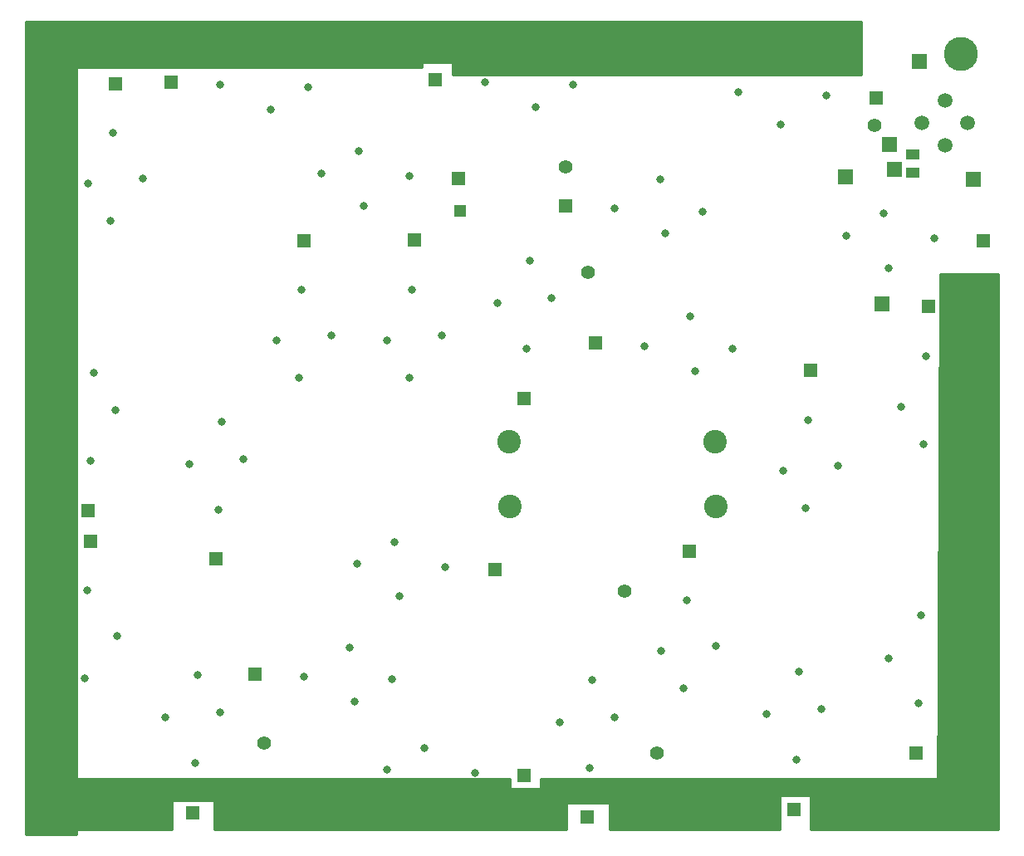
<source format=gbs>
G75*
%MOIN*%
%OFA0B0*%
%FSLAX25Y25*%
%IPPOS*%
%LPD*%
%AMOC8*
5,1,8,0,0,1.08239X$1,22.5*
%
%ADD10C,0.13635*%
%ADD11C,0.01600*%
%ADD12R,0.05792X0.05792*%
%ADD13C,0.03162*%
%ADD14R,0.05524X0.03950*%
%ADD15C,0.09461*%
%ADD16C,0.05950*%
%ADD17R,0.06115X0.06115*%
%ADD18C,0.05550*%
%ADD19R,0.04762X0.04762*%
D10*
X0079740Y0059071D03*
X0439976Y0059071D03*
X0439976Y0358283D03*
X0079740Y0358283D03*
D11*
X0064976Y0370094D02*
X0064976Y0045291D01*
X0084661Y0045291D01*
X0084661Y0371079D01*
X0064976Y0370094D01*
X0064976Y0370773D02*
X0399622Y0370773D01*
X0399622Y0371079D02*
X0399622Y0350409D01*
X0236236Y0350409D01*
X0236236Y0355331D01*
X0223441Y0355331D01*
X0223441Y0353362D01*
X0064976Y0353362D01*
X0064976Y0371079D01*
X0399622Y0371079D01*
X0399622Y0369175D02*
X0064976Y0369175D01*
X0084661Y0369175D01*
X0084661Y0370773D02*
X0078554Y0370773D01*
X0084661Y0367576D02*
X0064976Y0367576D01*
X0399622Y0367576D01*
X0399622Y0365978D02*
X0064976Y0365978D01*
X0084661Y0365978D01*
X0084661Y0364379D02*
X0064976Y0364379D01*
X0399622Y0364379D01*
X0399622Y0362781D02*
X0064976Y0362781D01*
X0084661Y0362781D01*
X0084661Y0361182D02*
X0064976Y0361182D01*
X0399622Y0361182D01*
X0399622Y0359584D02*
X0064976Y0359584D01*
X0084661Y0359584D01*
X0084661Y0357985D02*
X0064976Y0357985D01*
X0399622Y0357985D01*
X0399622Y0356387D02*
X0064976Y0356387D01*
X0084661Y0356387D01*
X0084661Y0354788D02*
X0064976Y0354788D01*
X0223441Y0354788D01*
X0236236Y0354788D02*
X0399622Y0354788D01*
X0399622Y0353190D02*
X0236236Y0353190D01*
X0236236Y0351591D02*
X0399622Y0351591D01*
X0432102Y0269701D02*
X0454740Y0269701D01*
X0454740Y0047260D01*
X0454740Y0066945D01*
X0271669Y0066945D01*
X0271669Y0063008D01*
X0258874Y0063008D01*
X0258874Y0066945D01*
X0064976Y0066945D01*
X0064976Y0047260D01*
X0123047Y0047260D01*
X0123047Y0059071D01*
X0140764Y0059071D01*
X0140764Y0047260D01*
X0281512Y0047260D01*
X0281512Y0058087D01*
X0299228Y0058087D01*
X0299228Y0047260D01*
X0367142Y0047260D01*
X0367142Y0061039D01*
X0379937Y0061039D01*
X0379937Y0047260D01*
X0454740Y0047260D01*
X0431118Y0047260D01*
X0432102Y0269701D01*
X0432097Y0268469D02*
X0454740Y0268469D01*
X0454740Y0266870D02*
X0432090Y0266870D01*
X0432083Y0265272D02*
X0454740Y0265272D01*
X0454740Y0263673D02*
X0432076Y0263673D01*
X0432069Y0262075D02*
X0454740Y0262075D01*
X0454740Y0260476D02*
X0432062Y0260476D01*
X0432054Y0258878D02*
X0454740Y0258878D01*
X0454740Y0257279D02*
X0432047Y0257279D01*
X0432040Y0255681D02*
X0454740Y0255681D01*
X0454740Y0254082D02*
X0432033Y0254082D01*
X0432026Y0252484D02*
X0454740Y0252484D01*
X0454740Y0250885D02*
X0432019Y0250885D01*
X0432012Y0249287D02*
X0454740Y0249287D01*
X0454740Y0247688D02*
X0432005Y0247688D01*
X0431998Y0246090D02*
X0454740Y0246090D01*
X0454740Y0244491D02*
X0431991Y0244491D01*
X0431984Y0242892D02*
X0454740Y0242892D01*
X0454740Y0241294D02*
X0431977Y0241294D01*
X0431970Y0239695D02*
X0454740Y0239695D01*
X0454740Y0238097D02*
X0431963Y0238097D01*
X0431955Y0236498D02*
X0454740Y0236498D01*
X0454740Y0234900D02*
X0431948Y0234900D01*
X0431941Y0233301D02*
X0454740Y0233301D01*
X0454740Y0231703D02*
X0431934Y0231703D01*
X0431927Y0230104D02*
X0454740Y0230104D01*
X0454740Y0228506D02*
X0431920Y0228506D01*
X0431913Y0226907D02*
X0454740Y0226907D01*
X0454740Y0225309D02*
X0431906Y0225309D01*
X0431899Y0223710D02*
X0454740Y0223710D01*
X0454740Y0222112D02*
X0431892Y0222112D01*
X0431885Y0220513D02*
X0454740Y0220513D01*
X0454740Y0218915D02*
X0431878Y0218915D01*
X0431871Y0217316D02*
X0454740Y0217316D01*
X0454740Y0215718D02*
X0431863Y0215718D01*
X0431856Y0214119D02*
X0454740Y0214119D01*
X0454740Y0212521D02*
X0431849Y0212521D01*
X0431842Y0210922D02*
X0454740Y0210922D01*
X0454740Y0209324D02*
X0431835Y0209324D01*
X0431828Y0207725D02*
X0454740Y0207725D01*
X0454740Y0206127D02*
X0431821Y0206127D01*
X0431814Y0204528D02*
X0454740Y0204528D01*
X0454740Y0202930D02*
X0431807Y0202930D01*
X0431800Y0201331D02*
X0454740Y0201331D01*
X0454740Y0199733D02*
X0431793Y0199733D01*
X0431786Y0198134D02*
X0454740Y0198134D01*
X0454740Y0196536D02*
X0431779Y0196536D01*
X0431772Y0194937D02*
X0454740Y0194937D01*
X0454740Y0193339D02*
X0431764Y0193339D01*
X0431757Y0191740D02*
X0454740Y0191740D01*
X0454740Y0190142D02*
X0431750Y0190142D01*
X0431743Y0188543D02*
X0454740Y0188543D01*
X0454740Y0186945D02*
X0431736Y0186945D01*
X0431729Y0185346D02*
X0454740Y0185346D01*
X0454740Y0183748D02*
X0431722Y0183748D01*
X0431715Y0182149D02*
X0454740Y0182149D01*
X0454740Y0180551D02*
X0431708Y0180551D01*
X0431701Y0178952D02*
X0454740Y0178952D01*
X0454740Y0177354D02*
X0431694Y0177354D01*
X0431687Y0175755D02*
X0454740Y0175755D01*
X0454740Y0174156D02*
X0431680Y0174156D01*
X0431673Y0172558D02*
X0454740Y0172558D01*
X0454740Y0170959D02*
X0431665Y0170959D01*
X0431658Y0169361D02*
X0454740Y0169361D01*
X0454740Y0167762D02*
X0431651Y0167762D01*
X0431644Y0166164D02*
X0454740Y0166164D01*
X0454740Y0164565D02*
X0431637Y0164565D01*
X0431630Y0162967D02*
X0454740Y0162967D01*
X0454740Y0161368D02*
X0431623Y0161368D01*
X0431616Y0159770D02*
X0454740Y0159770D01*
X0454740Y0158171D02*
X0431609Y0158171D01*
X0431602Y0156573D02*
X0454740Y0156573D01*
X0454740Y0154974D02*
X0431595Y0154974D01*
X0431588Y0153376D02*
X0454740Y0153376D01*
X0454740Y0151777D02*
X0431581Y0151777D01*
X0431573Y0150179D02*
X0454740Y0150179D01*
X0454740Y0148580D02*
X0431566Y0148580D01*
X0431559Y0146982D02*
X0454740Y0146982D01*
X0454740Y0145383D02*
X0431552Y0145383D01*
X0431545Y0143785D02*
X0454740Y0143785D01*
X0454740Y0142186D02*
X0431538Y0142186D01*
X0431531Y0140588D02*
X0454740Y0140588D01*
X0454740Y0138989D02*
X0431524Y0138989D01*
X0431517Y0137391D02*
X0454740Y0137391D01*
X0454740Y0135792D02*
X0431510Y0135792D01*
X0431503Y0134194D02*
X0454740Y0134194D01*
X0454740Y0132595D02*
X0431496Y0132595D01*
X0431489Y0130997D02*
X0454740Y0130997D01*
X0454740Y0129398D02*
X0431482Y0129398D01*
X0431474Y0127800D02*
X0454740Y0127800D01*
X0454740Y0126201D02*
X0431467Y0126201D01*
X0431460Y0124603D02*
X0454740Y0124603D01*
X0454740Y0123004D02*
X0431453Y0123004D01*
X0431446Y0121406D02*
X0454740Y0121406D01*
X0454740Y0119807D02*
X0431439Y0119807D01*
X0431432Y0118209D02*
X0454740Y0118209D01*
X0454740Y0116610D02*
X0431425Y0116610D01*
X0431418Y0115012D02*
X0454740Y0115012D01*
X0454740Y0113413D02*
X0431411Y0113413D01*
X0431404Y0111815D02*
X0454740Y0111815D01*
X0454740Y0110216D02*
X0431397Y0110216D01*
X0431390Y0108618D02*
X0454740Y0108618D01*
X0454740Y0107019D02*
X0431383Y0107019D01*
X0431375Y0105421D02*
X0454740Y0105421D01*
X0454740Y0103822D02*
X0431368Y0103822D01*
X0431361Y0102223D02*
X0454740Y0102223D01*
X0454740Y0100625D02*
X0431354Y0100625D01*
X0431347Y0099026D02*
X0454740Y0099026D01*
X0454740Y0097428D02*
X0431340Y0097428D01*
X0431333Y0095829D02*
X0454740Y0095829D01*
X0454740Y0094231D02*
X0431326Y0094231D01*
X0431319Y0092632D02*
X0454740Y0092632D01*
X0454740Y0091034D02*
X0431312Y0091034D01*
X0431305Y0089435D02*
X0454740Y0089435D01*
X0454740Y0087837D02*
X0431298Y0087837D01*
X0431291Y0086238D02*
X0454740Y0086238D01*
X0454740Y0084640D02*
X0431284Y0084640D01*
X0431276Y0083041D02*
X0454740Y0083041D01*
X0454740Y0081443D02*
X0431269Y0081443D01*
X0431262Y0079844D02*
X0454740Y0079844D01*
X0454740Y0078246D02*
X0431255Y0078246D01*
X0431248Y0076647D02*
X0454740Y0076647D01*
X0454740Y0075049D02*
X0431241Y0075049D01*
X0431234Y0073450D02*
X0454740Y0073450D01*
X0454740Y0071852D02*
X0431227Y0071852D01*
X0431220Y0070253D02*
X0454740Y0070253D01*
X0454740Y0068655D02*
X0431213Y0068655D01*
X0431206Y0067056D02*
X0454740Y0067056D01*
X0454740Y0065458D02*
X0271669Y0065458D01*
X0271669Y0063859D02*
X0454740Y0063859D01*
X0431192Y0063859D01*
X0431184Y0062261D02*
X0454740Y0062261D01*
X0064976Y0062261D01*
X0084661Y0062261D01*
X0084661Y0063859D02*
X0064976Y0063859D01*
X0258874Y0063859D01*
X0258874Y0065458D02*
X0064976Y0065458D01*
X0084661Y0065458D01*
X0084661Y0067056D02*
X0064976Y0067056D01*
X0064976Y0068655D02*
X0084661Y0068655D01*
X0084661Y0070253D02*
X0064976Y0070253D01*
X0064976Y0071852D02*
X0084661Y0071852D01*
X0084661Y0073450D02*
X0064976Y0073450D01*
X0064976Y0075049D02*
X0084661Y0075049D01*
X0084661Y0076647D02*
X0064976Y0076647D01*
X0064976Y0078246D02*
X0084661Y0078246D01*
X0084661Y0079844D02*
X0064976Y0079844D01*
X0064976Y0081443D02*
X0084661Y0081443D01*
X0084661Y0083041D02*
X0064976Y0083041D01*
X0064976Y0084640D02*
X0084661Y0084640D01*
X0084661Y0086238D02*
X0064976Y0086238D01*
X0064976Y0087837D02*
X0084661Y0087837D01*
X0084661Y0089435D02*
X0064976Y0089435D01*
X0064976Y0091034D02*
X0084661Y0091034D01*
X0084661Y0092632D02*
X0064976Y0092632D01*
X0064976Y0094231D02*
X0084661Y0094231D01*
X0084661Y0095829D02*
X0064976Y0095829D01*
X0064976Y0097428D02*
X0084661Y0097428D01*
X0084661Y0099026D02*
X0064976Y0099026D01*
X0064976Y0100625D02*
X0084661Y0100625D01*
X0084661Y0102223D02*
X0064976Y0102223D01*
X0064976Y0103822D02*
X0084661Y0103822D01*
X0084661Y0105421D02*
X0064976Y0105421D01*
X0064976Y0107019D02*
X0084661Y0107019D01*
X0084661Y0108618D02*
X0064976Y0108618D01*
X0064976Y0110216D02*
X0084661Y0110216D01*
X0084661Y0111815D02*
X0064976Y0111815D01*
X0064976Y0113413D02*
X0084661Y0113413D01*
X0084661Y0115012D02*
X0064976Y0115012D01*
X0064976Y0116610D02*
X0084661Y0116610D01*
X0084661Y0118209D02*
X0064976Y0118209D01*
X0064976Y0119807D02*
X0084661Y0119807D01*
X0084661Y0121406D02*
X0064976Y0121406D01*
X0064976Y0123004D02*
X0084661Y0123004D01*
X0084661Y0124603D02*
X0064976Y0124603D01*
X0064976Y0126201D02*
X0084661Y0126201D01*
X0084661Y0127800D02*
X0064976Y0127800D01*
X0064976Y0129398D02*
X0084661Y0129398D01*
X0084661Y0130997D02*
X0064976Y0130997D01*
X0064976Y0132595D02*
X0084661Y0132595D01*
X0084661Y0134194D02*
X0064976Y0134194D01*
X0064976Y0135792D02*
X0084661Y0135792D01*
X0084661Y0137391D02*
X0064976Y0137391D01*
X0064976Y0138989D02*
X0084661Y0138989D01*
X0084661Y0140588D02*
X0064976Y0140588D01*
X0064976Y0142186D02*
X0084661Y0142186D01*
X0084661Y0143785D02*
X0064976Y0143785D01*
X0064976Y0145383D02*
X0084661Y0145383D01*
X0084661Y0146982D02*
X0064976Y0146982D01*
X0064976Y0148580D02*
X0084661Y0148580D01*
X0084661Y0150179D02*
X0064976Y0150179D01*
X0064976Y0151777D02*
X0084661Y0151777D01*
X0084661Y0153376D02*
X0064976Y0153376D01*
X0064976Y0154974D02*
X0084661Y0154974D01*
X0084661Y0156573D02*
X0064976Y0156573D01*
X0064976Y0158171D02*
X0084661Y0158171D01*
X0084661Y0159770D02*
X0064976Y0159770D01*
X0064976Y0161368D02*
X0084661Y0161368D01*
X0084661Y0162967D02*
X0064976Y0162967D01*
X0064976Y0164565D02*
X0084661Y0164565D01*
X0084661Y0166164D02*
X0064976Y0166164D01*
X0064976Y0167762D02*
X0084661Y0167762D01*
X0084661Y0169361D02*
X0064976Y0169361D01*
X0064976Y0170959D02*
X0084661Y0170959D01*
X0084661Y0172558D02*
X0064976Y0172558D01*
X0064976Y0174156D02*
X0084661Y0174156D01*
X0084661Y0175755D02*
X0064976Y0175755D01*
X0064976Y0177354D02*
X0084661Y0177354D01*
X0084661Y0178952D02*
X0064976Y0178952D01*
X0064976Y0180551D02*
X0084661Y0180551D01*
X0084661Y0182149D02*
X0064976Y0182149D01*
X0064976Y0183748D02*
X0084661Y0183748D01*
X0084661Y0185346D02*
X0064976Y0185346D01*
X0064976Y0186945D02*
X0084661Y0186945D01*
X0084661Y0188543D02*
X0064976Y0188543D01*
X0064976Y0190142D02*
X0084661Y0190142D01*
X0084661Y0191740D02*
X0064976Y0191740D01*
X0064976Y0193339D02*
X0084661Y0193339D01*
X0084661Y0194937D02*
X0064976Y0194937D01*
X0064976Y0196536D02*
X0084661Y0196536D01*
X0084661Y0198134D02*
X0064976Y0198134D01*
X0064976Y0199733D02*
X0084661Y0199733D01*
X0084661Y0201331D02*
X0064976Y0201331D01*
X0064976Y0202930D02*
X0084661Y0202930D01*
X0084661Y0204528D02*
X0064976Y0204528D01*
X0064976Y0206127D02*
X0084661Y0206127D01*
X0084661Y0207725D02*
X0064976Y0207725D01*
X0064976Y0209324D02*
X0084661Y0209324D01*
X0084661Y0210922D02*
X0064976Y0210922D01*
X0064976Y0212521D02*
X0084661Y0212521D01*
X0084661Y0214119D02*
X0064976Y0214119D01*
X0064976Y0215718D02*
X0084661Y0215718D01*
X0084661Y0217316D02*
X0064976Y0217316D01*
X0064976Y0218915D02*
X0084661Y0218915D01*
X0084661Y0220513D02*
X0064976Y0220513D01*
X0064976Y0222112D02*
X0084661Y0222112D01*
X0084661Y0223710D02*
X0064976Y0223710D01*
X0064976Y0225309D02*
X0084661Y0225309D01*
X0084661Y0226907D02*
X0064976Y0226907D01*
X0064976Y0228506D02*
X0084661Y0228506D01*
X0084661Y0230104D02*
X0064976Y0230104D01*
X0064976Y0231703D02*
X0084661Y0231703D01*
X0084661Y0233301D02*
X0064976Y0233301D01*
X0064976Y0234900D02*
X0084661Y0234900D01*
X0084661Y0236498D02*
X0064976Y0236498D01*
X0064976Y0238097D02*
X0084661Y0238097D01*
X0084661Y0239695D02*
X0064976Y0239695D01*
X0064976Y0241294D02*
X0084661Y0241294D01*
X0084661Y0242892D02*
X0064976Y0242892D01*
X0064976Y0244491D02*
X0084661Y0244491D01*
X0084661Y0246090D02*
X0064976Y0246090D01*
X0064976Y0247688D02*
X0084661Y0247688D01*
X0084661Y0249287D02*
X0064976Y0249287D01*
X0064976Y0250885D02*
X0084661Y0250885D01*
X0084661Y0252484D02*
X0064976Y0252484D01*
X0064976Y0254082D02*
X0084661Y0254082D01*
X0084661Y0255681D02*
X0064976Y0255681D01*
X0064976Y0257279D02*
X0084661Y0257279D01*
X0084661Y0258878D02*
X0064976Y0258878D01*
X0064976Y0260476D02*
X0084661Y0260476D01*
X0084661Y0262075D02*
X0064976Y0262075D01*
X0064976Y0263673D02*
X0084661Y0263673D01*
X0084661Y0265272D02*
X0064976Y0265272D01*
X0064976Y0266870D02*
X0084661Y0266870D01*
X0084661Y0268469D02*
X0064976Y0268469D01*
X0064976Y0270067D02*
X0084661Y0270067D01*
X0084661Y0271666D02*
X0064976Y0271666D01*
X0064976Y0273264D02*
X0084661Y0273264D01*
X0084661Y0274863D02*
X0064976Y0274863D01*
X0064976Y0276461D02*
X0084661Y0276461D01*
X0084661Y0278060D02*
X0064976Y0278060D01*
X0064976Y0279658D02*
X0084661Y0279658D01*
X0084661Y0281257D02*
X0064976Y0281257D01*
X0064976Y0282855D02*
X0084661Y0282855D01*
X0084661Y0284454D02*
X0064976Y0284454D01*
X0064976Y0286052D02*
X0084661Y0286052D01*
X0084661Y0287651D02*
X0064976Y0287651D01*
X0064976Y0289249D02*
X0084661Y0289249D01*
X0084661Y0290848D02*
X0064976Y0290848D01*
X0064976Y0292446D02*
X0084661Y0292446D01*
X0084661Y0294045D02*
X0064976Y0294045D01*
X0064976Y0295643D02*
X0084661Y0295643D01*
X0084661Y0297242D02*
X0064976Y0297242D01*
X0064976Y0298840D02*
X0084661Y0298840D01*
X0084661Y0300439D02*
X0064976Y0300439D01*
X0064976Y0302037D02*
X0084661Y0302037D01*
X0084661Y0303636D02*
X0064976Y0303636D01*
X0064976Y0305234D02*
X0084661Y0305234D01*
X0084661Y0306833D02*
X0064976Y0306833D01*
X0064976Y0308431D02*
X0084661Y0308431D01*
X0084661Y0310030D02*
X0064976Y0310030D01*
X0064976Y0311628D02*
X0084661Y0311628D01*
X0084661Y0313227D02*
X0064976Y0313227D01*
X0064976Y0314825D02*
X0084661Y0314825D01*
X0084661Y0316424D02*
X0064976Y0316424D01*
X0064976Y0318023D02*
X0084661Y0318023D01*
X0084661Y0319621D02*
X0064976Y0319621D01*
X0064976Y0321220D02*
X0084661Y0321220D01*
X0084661Y0322818D02*
X0064976Y0322818D01*
X0064976Y0324417D02*
X0084661Y0324417D01*
X0084661Y0326015D02*
X0064976Y0326015D01*
X0064976Y0327614D02*
X0084661Y0327614D01*
X0084661Y0329212D02*
X0064976Y0329212D01*
X0064976Y0330811D02*
X0084661Y0330811D01*
X0084661Y0332409D02*
X0064976Y0332409D01*
X0064976Y0334008D02*
X0084661Y0334008D01*
X0084661Y0335606D02*
X0064976Y0335606D01*
X0064976Y0337205D02*
X0084661Y0337205D01*
X0084661Y0338803D02*
X0064976Y0338803D01*
X0064976Y0340402D02*
X0084661Y0340402D01*
X0084661Y0342000D02*
X0064976Y0342000D01*
X0064976Y0343599D02*
X0084661Y0343599D01*
X0084661Y0345197D02*
X0064976Y0345197D01*
X0064976Y0346796D02*
X0084661Y0346796D01*
X0084661Y0348394D02*
X0064976Y0348394D01*
X0064976Y0349993D02*
X0084661Y0349993D01*
X0084661Y0351591D02*
X0064976Y0351591D01*
X0064976Y0353190D02*
X0084661Y0353190D01*
X0431199Y0065458D02*
X0454740Y0065458D01*
X0454740Y0060662D02*
X0379937Y0060662D01*
X0379937Y0059064D02*
X0454740Y0059064D01*
X0431170Y0059064D01*
X0431177Y0060662D02*
X0454740Y0060662D01*
X0454740Y0057465D02*
X0379937Y0057465D01*
X0379937Y0055867D02*
X0454740Y0055867D01*
X0431156Y0055867D01*
X0431163Y0057465D02*
X0454740Y0057465D01*
X0454740Y0054268D02*
X0379937Y0054268D01*
X0379937Y0052670D02*
X0454740Y0052670D01*
X0431142Y0052670D01*
X0431149Y0054268D02*
X0454740Y0054268D01*
X0454740Y0051071D02*
X0379937Y0051071D01*
X0379937Y0049473D02*
X0454740Y0049473D01*
X0431128Y0049473D01*
X0431135Y0051071D02*
X0454740Y0051071D01*
X0454740Y0047874D02*
X0379937Y0047874D01*
X0367142Y0047874D02*
X0299228Y0047874D01*
X0299228Y0049473D02*
X0367142Y0049473D01*
X0367142Y0051071D02*
X0299228Y0051071D01*
X0299228Y0052670D02*
X0367142Y0052670D01*
X0367142Y0054268D02*
X0299228Y0054268D01*
X0299228Y0055867D02*
X0367142Y0055867D01*
X0367142Y0057465D02*
X0299228Y0057465D01*
X0281512Y0057465D02*
X0140764Y0057465D01*
X0140764Y0055867D02*
X0281512Y0055867D01*
X0281512Y0054268D02*
X0140764Y0054268D01*
X0140764Y0052670D02*
X0281512Y0052670D01*
X0281512Y0051071D02*
X0140764Y0051071D01*
X0140764Y0049473D02*
X0281512Y0049473D01*
X0281512Y0047874D02*
X0140764Y0047874D01*
X0140764Y0059064D02*
X0367142Y0059064D01*
X0367142Y0060662D02*
X0064976Y0060662D01*
X0084661Y0060662D01*
X0084661Y0059064D02*
X0064976Y0059064D01*
X0123047Y0059064D01*
X0123047Y0057465D02*
X0064976Y0057465D01*
X0084661Y0057465D01*
X0084661Y0055867D02*
X0064976Y0055867D01*
X0123047Y0055867D01*
X0123047Y0054268D02*
X0064976Y0054268D01*
X0084661Y0054268D01*
X0084661Y0052670D02*
X0064976Y0052670D01*
X0123047Y0052670D01*
X0123047Y0051071D02*
X0064976Y0051071D01*
X0084661Y0051071D01*
X0084661Y0049473D02*
X0064976Y0049473D01*
X0123047Y0049473D01*
X0123047Y0047874D02*
X0064976Y0047874D01*
X0084661Y0047874D01*
X0084661Y0046276D02*
X0064976Y0046276D01*
X0431121Y0047874D02*
X0454740Y0047874D01*
D12*
X0422063Y0077693D03*
X0373047Y0055055D03*
X0289976Y0051945D03*
X0264858Y0068717D03*
X0252890Y0151394D03*
X0330921Y0158717D03*
X0264780Y0220094D03*
X0293244Y0242142D03*
X0281276Y0297260D03*
X0238441Y0308283D03*
X0220882Y0283559D03*
X0176394Y0283402D03*
X0122969Y0347063D03*
X0100803Y0346394D03*
X0229110Y0348047D03*
X0379740Y0231236D03*
X0427181Y0256827D03*
X0449071Y0283283D03*
X0405921Y0340764D03*
X0141157Y0155606D03*
X0090567Y0162654D03*
X0089780Y0175134D03*
X0156591Y0109268D03*
X0131709Y0053756D03*
D13*
X0132732Y0073598D03*
X0120843Y0091866D03*
X0133835Y0108874D03*
X0142772Y0093913D03*
X0176433Y0108244D03*
X0194701Y0120134D03*
X0211709Y0107142D03*
X0196748Y0098205D03*
X0224701Y0079780D03*
X0209740Y0070843D03*
X0226748Y0057850D03*
X0245016Y0069740D03*
X0279110Y0090055D03*
X0292102Y0107063D03*
X0301039Y0092102D03*
X0291000Y0071787D03*
X0328795Y0103598D03*
X0319858Y0118559D03*
X0341787Y0120606D03*
X0329898Y0138874D03*
X0375173Y0110173D03*
X0384110Y0095213D03*
X0362181Y0093165D03*
X0374071Y0074898D03*
X0423087Y0097535D03*
X0411197Y0115803D03*
X0424189Y0132811D03*
X0433126Y0117850D03*
X0377614Y0176118D03*
X0368677Y0191079D03*
X0390606Y0193126D03*
X0378717Y0211394D03*
X0416118Y0216669D03*
X0425055Y0201709D03*
X0438047Y0218717D03*
X0426157Y0236984D03*
X0410961Y0272417D03*
X0393953Y0285409D03*
X0408913Y0294346D03*
X0429228Y0284307D03*
X0367811Y0329898D03*
X0350803Y0342890D03*
X0365764Y0351827D03*
X0386079Y0341787D03*
X0336394Y0295134D03*
X0321433Y0286197D03*
X0301118Y0296236D03*
X0319386Y0308126D03*
X0284228Y0345921D03*
X0269268Y0336984D03*
X0248953Y0347024D03*
X0267220Y0358913D03*
X0218598Y0309307D03*
X0200331Y0297417D03*
X0183323Y0310409D03*
X0198283Y0319346D03*
X0178087Y0344937D03*
X0163126Y0336000D03*
X0142811Y0346039D03*
X0161079Y0357929D03*
X0099780Y0326551D03*
X0111669Y0308283D03*
X0098677Y0291276D03*
X0089740Y0306236D03*
X0175370Y0263559D03*
X0187260Y0245291D03*
X0174268Y0228283D03*
X0165331Y0243244D03*
X0143283Y0210724D03*
X0152220Y0195764D03*
X0130291Y0193717D03*
X0142181Y0175449D03*
X0090803Y0194976D03*
X0078913Y0213244D03*
X0091906Y0230252D03*
X0100843Y0215291D03*
X0089543Y0142811D03*
X0101433Y0124543D03*
X0088441Y0107535D03*
X0079504Y0122496D03*
X0197772Y0153520D03*
X0212732Y0162457D03*
X0233047Y0152417D03*
X0214780Y0140528D03*
X0218756Y0228441D03*
X0209819Y0243402D03*
X0231748Y0245449D03*
X0253913Y0258205D03*
X0266906Y0275213D03*
X0275843Y0260252D03*
X0265803Y0239937D03*
X0313087Y0241118D03*
X0331354Y0253008D03*
X0348362Y0240016D03*
X0333402Y0231079D03*
X0219858Y0263717D03*
D14*
X0420843Y0310803D03*
X0420843Y0317890D03*
D15*
X0341433Y0202654D03*
X0341591Y0176630D03*
X0258913Y0176630D03*
X0258756Y0202654D03*
D16*
X0424531Y0330646D03*
X0433559Y0339677D03*
X0442587Y0330646D03*
X0433559Y0321614D03*
D17*
X0444898Y0308087D03*
X0413402Y0312024D03*
X0411433Y0321866D03*
X0393717Y0309071D03*
X0423244Y0355331D03*
X0408480Y0257890D03*
D18*
X0405528Y0329740D03*
X0290370Y0270685D03*
X0281512Y0313008D03*
X0305134Y0142732D03*
X0317929Y0077772D03*
X0160449Y0081709D03*
D19*
X0239189Y0295291D03*
M02*

</source>
